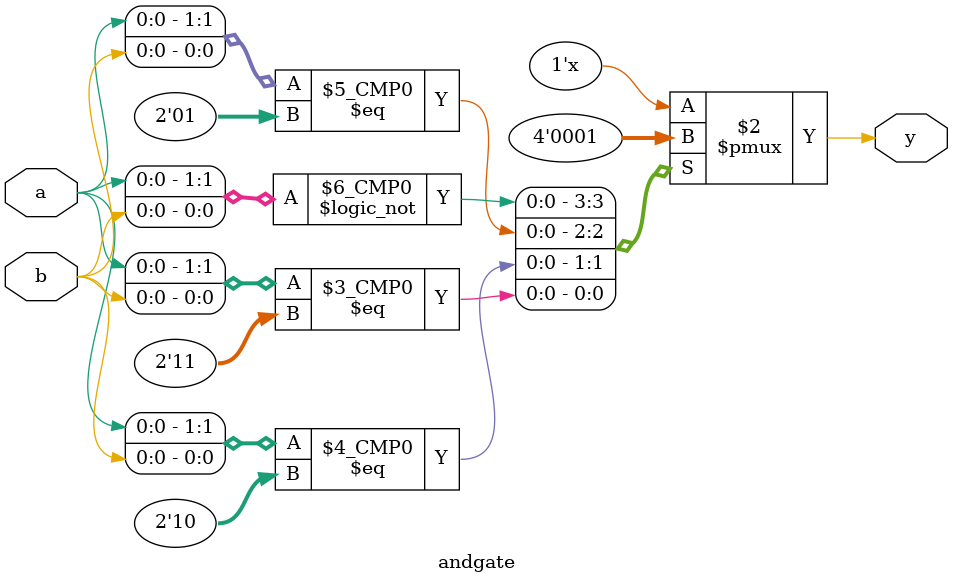
<source format=v>
module andgate (a,b,y);
  
  input a,b;
  output reg y;
  
  always @ (a,b)
    begin
      case({a,b})
        2'b00: y=0;
        2'b01: y=0;
        2'b10: y=0;
        2'b11: y=1;
      endcase
    end
  
  
endmodule

</source>
